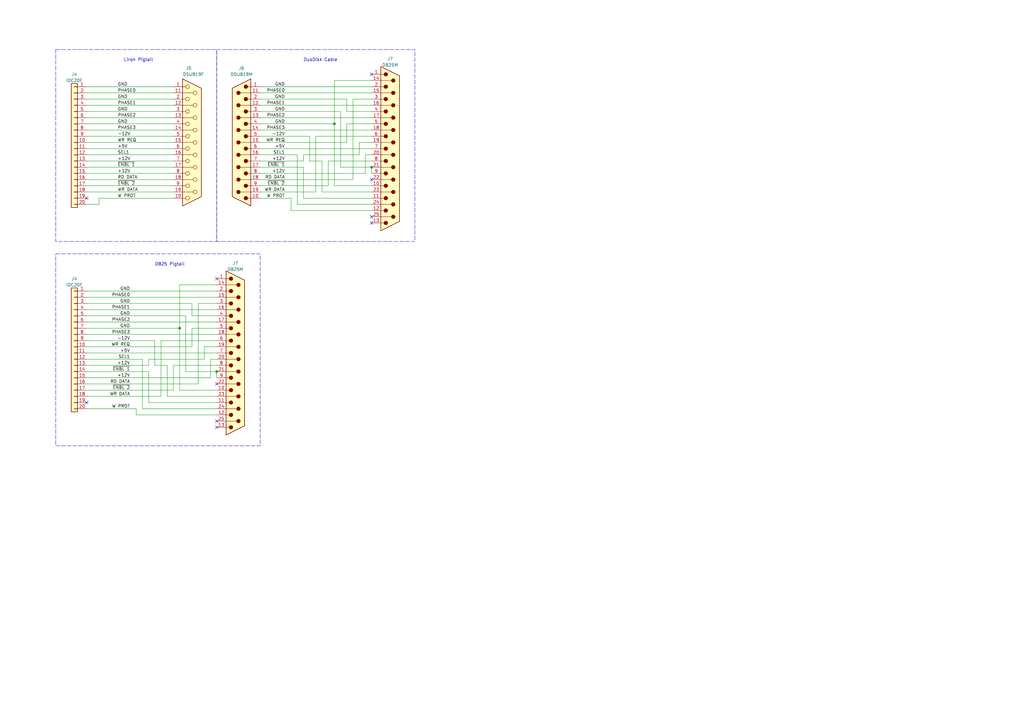
<source format=kicad_sch>
(kicad_sch (version 20230121) (generator eeschema)
  (paper "A3")
  (lib_symbols
    (symbol "Connector:DB25_Plug" (pin_names (offset 1.016) hide)
      (property "Reference" "J" (at 0 34.29 0))
      (property "Value" "DB25_Plug" (at 0 -34.925 0))
      (symbol "DB25_Plug_0_1"
        (circle (center -1.778 -30.48) (radius 0.762) (fill (type outline)))
        (circle (center -1.778 -25.4) (radius 0.762) (fill (type outline)))
        (circle (center -1.778 -20.32) (radius 0.762) (fill (type outline)))
        (circle (center -1.778 -15.24) (radius 0.762) (fill (type outline)))
        (circle (center -1.778 -10.16) (radius 0.762) (fill (type outline)))
        (circle (center -1.778 -5.08) (radius 0.762) (fill (type outline)))
        (circle (center -1.778 0) (radius 0.762) (fill (type outline)))
        (circle (center -1.778 5.08) (radius 0.762) (fill (type outline)))
        (circle (center -1.778 10.16) (radius 0.762) (fill (type outline)))
        (circle (center -1.778 15.24) (radius 0.762) (fill (type outline)))
        (circle (center -1.778 20.32) (radius 0.762) (fill (type outline)))
        (circle (center -1.778 25.4) (radius 0.762) (fill (type outline)))
        (circle (center -1.778 30.48) (radius 0.762) (fill (type outline)))
        (polyline (pts (xy -3.81 -30.48) (xy -2.54 -30.48)))
        (polyline (pts (xy -3.81 -27.94) (xy 0.508 -27.94)))
        (polyline (pts (xy -3.81 -25.4) (xy -2.54 -25.4)))
        (polyline (pts (xy -3.81 -22.86) (xy 0.508 -22.86)))
        (polyline (pts (xy -3.81 -20.32) (xy -2.54 -20.32)))
        (polyline (pts (xy -3.81 -17.78) (xy 0.508 -17.78)))
        (polyline (pts (xy -3.81 -15.24) (xy -2.54 -15.24)))
        (polyline (pts (xy -3.81 -12.7) (xy 0.508 -12.7)))
        (polyline (pts (xy -3.81 -10.16) (xy -2.54 -10.16)))
        (polyline (pts (xy -3.81 -7.62) (xy 0.508 -7.62)))
        (polyline (pts (xy -3.81 -5.08) (xy -2.54 -5.08)))
        (polyline (pts (xy -3.81 -2.54) (xy 0.508 -2.54)))
        (polyline (pts (xy -3.81 0) (xy -2.54 0)))
        (polyline (pts (xy -3.81 2.54) (xy 0.508 2.54)))
        (polyline (pts (xy -3.81 5.08) (xy -2.54 5.08)))
        (polyline (pts (xy -3.81 7.62) (xy 0.508 7.62)))
        (polyline (pts (xy -3.81 10.16) (xy -2.54 10.16)))
        (polyline (pts (xy -3.81 12.7) (xy 0.508 12.7)))
        (polyline (pts (xy -3.81 15.24) (xy -2.54 15.24)))
        (polyline (pts (xy -3.81 17.78) (xy 0.508 17.78)))
        (polyline (pts (xy -3.81 20.32) (xy -2.54 20.32)))
        (polyline (pts (xy -3.81 22.86) (xy 0.508 22.86)))
        (polyline (pts (xy -3.81 25.4) (xy -2.54 25.4)))
        (polyline (pts (xy -3.81 27.94) (xy 0.508 27.94)))
        (polyline (pts (xy -3.81 30.48) (xy -2.54 30.48)))
        (polyline (pts (xy -3.81 -33.655) (xy 3.81 -29.845) (xy 3.81 29.845) (xy -3.81 33.655) (xy -3.81 -33.655)) (stroke (width 0.254)) (fill (type background)))
        (circle (center 1.27 -27.94) (radius 0.762) (fill (type outline)))
        (circle (center 1.27 -22.86) (radius 0.762) (fill (type outline)))
        (circle (center 1.27 -17.78) (radius 0.762) (fill (type outline)))
        (circle (center 1.27 -12.7) (radius 0.762) (fill (type outline)))
        (circle (center 1.27 -7.62) (radius 0.762) (fill (type outline)))
        (circle (center 1.27 -2.54) (radius 0.762) (fill (type outline)))
        (circle (center 1.27 2.54) (radius 0.762) (fill (type outline)))
        (circle (center 1.27 7.62) (radius 0.762) (fill (type outline)))
        (circle (center 1.27 12.7) (radius 0.762) (fill (type outline)))
        (circle (center 1.27 17.78) (radius 0.762) (fill (type outline)))
        (circle (center 1.27 22.86) (radius 0.762) (fill (type outline)))
        (circle (center 1.27 27.94) (radius 0.762) (fill (type outline)))
      )
      (symbol "DB25_Plug_1_1"
        (pin passive line (at -7.62 -30.48 0) (length 3.81) (name "1") (number "1"))
        (pin passive line (at -7.62 15.24 0) (length 3.81) (name "10") (number "10"))
        (pin passive line (at -7.62 20.32 0) (length 3.81) (name "11") (number "11"))
        (pin passive line (at -7.62 25.4 0) (length 3.81) (name "12") (number "12"))
        (pin passive line (at -7.62 30.48 0) (length 3.81) (name "13") (number "13"))
        (pin passive line (at -7.62 -27.94 0) (length 3.81) (name "P14") (number "14"))
        (pin passive line (at -7.62 -22.86 0) (length 3.81) (name "P15") (number "15"))
        (pin passive line (at -7.62 -17.78 0) (length 3.81) (name "P16") (number "16"))
        (pin passive line (at -7.62 -12.7 0) (length 3.81) (name "P17") (number "17"))
        (pin passive line (at -7.62 -7.62 0) (length 3.81) (name "P18") (number "18"))
        (pin passive line (at -7.62 -2.54 0) (length 3.81) (name "P19") (number "19"))
        (pin passive line (at -7.62 -25.4 0) (length 3.81) (name "2") (number "2"))
        (pin passive line (at -7.62 2.54 0) (length 3.81) (name "P20") (number "20"))
        (pin passive line (at -7.62 7.62 0) (length 3.81) (name "P21") (number "21"))
        (pin passive line (at -7.62 12.7 0) (length 3.81) (name "P22") (number "22"))
        (pin passive line (at -7.62 17.78 0) (length 3.81) (name "P23") (number "23"))
        (pin passive line (at -7.62 22.86 0) (length 3.81) (name "P24") (number "24"))
        (pin passive line (at -7.62 27.94 0) (length 3.81) (name "P25") (number "25"))
        (pin passive line (at -7.62 -20.32 0) (length 3.81) (name "3") (number "3"))
        (pin passive line (at -7.62 -15.24 0) (length 3.81) (name "4") (number "4"))
        (pin passive line (at -7.62 -10.16 0) (length 3.81) (name "5") (number "5"))
        (pin passive line (at -7.62 -5.08 0) (length 3.81) (name "6") (number "6"))
        (pin passive line (at -7.62 0 0) (length 3.81) (name "7") (number "7"))
        (pin passive line (at -7.62 5.08 0) (length 3.81) (name "8") (number "8"))
        (pin passive line (at -7.62 10.16 0) (length 3.81) (name "9") (number "9"))
      )
    )
    (symbol "Connector_Generic:Conn_01x20" (pin_names (offset 1.016) hide)
      (property "Reference" "J" (at 0 25.4 0))
      (property "Value" "Conn_01x20" (at 0 -27.94 0))
      (symbol "Conn_01x20_1_1"
        (rectangle (start -1.27 -25.273) (end 0 -25.527) (stroke (width 0.1524)))
        (rectangle (start -1.27 -22.733) (end 0 -22.987) (stroke (width 0.1524)))
        (rectangle (start -1.27 -20.193) (end 0 -20.447) (stroke (width 0.1524)))
        (rectangle (start -1.27 -17.653) (end 0 -17.907) (stroke (width 0.1524)))
        (rectangle (start -1.27 -15.113) (end 0 -15.367) (stroke (width 0.1524)))
        (rectangle (start -1.27 -12.573) (end 0 -12.827) (stroke (width 0.1524)))
        (rectangle (start -1.27 -10.033) (end 0 -10.287) (stroke (width 0.1524)))
        (rectangle (start -1.27 -7.493) (end 0 -7.747) (stroke (width 0.1524)))
        (rectangle (start -1.27 -4.953) (end 0 -5.207) (stroke (width 0.1524)))
        (rectangle (start -1.27 -2.413) (end 0 -2.667) (stroke (width 0.1524)))
        (rectangle (start -1.27 0.127) (end 0 -0.127) (stroke (width 0.1524)))
        (rectangle (start -1.27 2.667) (end 0 2.413) (stroke (width 0.1524)))
        (rectangle (start -1.27 5.207) (end 0 4.953) (stroke (width 0.1524)))
        (rectangle (start -1.27 7.747) (end 0 7.493) (stroke (width 0.1524)))
        (rectangle (start -1.27 10.287) (end 0 10.033) (stroke (width 0.1524)))
        (rectangle (start -1.27 12.827) (end 0 12.573) (stroke (width 0.1524)))
        (rectangle (start -1.27 15.367) (end 0 15.113) (stroke (width 0.1524)))
        (rectangle (start -1.27 17.907) (end 0 17.653) (stroke (width 0.1524)))
        (rectangle (start -1.27 20.447) (end 0 20.193) (stroke (width 0.1524)))
        (rectangle (start -1.27 22.987) (end 0 22.733) (stroke (width 0.1524)))
        (rectangle (start -1.27 24.13) (end 1.27 -26.67) (stroke (width 0.254)) (fill (type background)))
        (pin passive line (at -5.08 22.86 0) (length 3.81) (name "Pin_1") (number "1"))
        (pin passive line (at -5.08 0 0) (length 3.81) (name "Pin_10") (number "10"))
        (pin passive line (at -5.08 -2.54 0) (length 3.81) (name "Pin_11") (number "11"))
        (pin passive line (at -5.08 -5.08 0) (length 3.81) (name "Pin_12") (number "12"))
        (pin passive line (at -5.08 -7.62 0) (length 3.81) (name "Pin_13") (number "13"))
        (pin passive line (at -5.08 -10.16 0) (length 3.81) (name "Pin_14") (number "14"))
        (pin passive line (at -5.08 -12.7 0) (length 3.81) (name "Pin_15") (number "15"))
        (pin passive line (at -5.08 -15.24 0) (length 3.81) (name "Pin_16") (number "16"))
        (pin passive line (at -5.08 -17.78 0) (length 3.81) (name "Pin_17") (number "17"))
        (pin passive line (at -5.08 -20.32 0) (length 3.81) (name "Pin_18") (number "18"))
        (pin passive line (at -5.08 -22.86 0) (length 3.81) (name "Pin_19") (number "19"))
        (pin passive line (at -5.08 20.32 0) (length 3.81) (name "Pin_2") (number "2"))
        (pin passive line (at -5.08 -25.4 0) (length 3.81) (name "Pin_20") (number "20"))
        (pin passive line (at -5.08 17.78 0) (length 3.81) (name "Pin_3") (number "3"))
        (pin passive line (at -5.08 15.24 0) (length 3.81) (name "Pin_4") (number "4"))
        (pin passive line (at -5.08 12.7 0) (length 3.81) (name "Pin_5") (number "5"))
        (pin passive line (at -5.08 10.16 0) (length 3.81) (name "Pin_6") (number "6"))
        (pin passive line (at -5.08 7.62 0) (length 3.81) (name "Pin_7") (number "7"))
        (pin passive line (at -5.08 5.08 0) (length 3.81) (name "Pin_8") (number "8"))
        (pin passive line (at -5.08 2.54 0) (length 3.81) (name "Pin_9") (number "9"))
      )
    )
    (symbol "MyConnector:DSUB19_Female" (pin_names (offset 1.016) hide)
      (property "Reference" "J" (at 0 26.67 0))
      (property "Value" "DSUB19_Female" (at 0 -27.94 0))
      (symbol "DSUB19_Female_0_1"
        (circle (center -1.778 -22.86) (radius 0.762))
        (circle (center -1.778 -17.78) (radius 0.762))
        (circle (center -1.778 -12.7) (radius 0.762))
        (circle (center -1.778 -7.62) (radius 0.762))
        (circle (center -1.778 -2.54) (radius 0.762))
        (circle (center -1.778 2.54) (radius 0.762))
        (circle (center -1.778 7.62) (radius 0.762))
        (circle (center -1.778 12.7) (radius 0.762))
        (circle (center -1.778 17.78) (radius 0.762))
        (circle (center -1.778 22.86) (radius 0.762))
        (polyline (pts (xy -3.81 -22.86) (xy -2.54 -22.86)))
        (polyline (pts (xy -3.81 -20.32) (xy 0.508 -20.32)))
        (polyline (pts (xy -3.81 -17.78) (xy -2.54 -17.78)))
        (polyline (pts (xy -3.81 -15.24) (xy 0.508 -15.24)))
        (polyline (pts (xy -3.81 -12.7) (xy -2.54 -12.7)))
        (polyline (pts (xy -3.81 -10.16) (xy 0.508 -10.16)))
        (polyline (pts (xy -3.81 -7.62) (xy -2.54 -7.62)))
        (polyline (pts (xy -3.81 -5.08) (xy 0.508 -5.08)))
        (polyline (pts (xy -3.81 -2.54) (xy -2.54 -2.54)))
        (polyline (pts (xy -3.81 0) (xy 0.508 0)))
        (polyline (pts (xy -3.81 2.54) (xy -2.54 2.54)))
        (polyline (pts (xy -3.81 5.08) (xy 0.508 5.08)))
        (polyline (pts (xy -3.81 7.62) (xy -2.54 7.62)))
        (polyline (pts (xy -3.81 10.16) (xy 0.508 10.16)))
        (polyline (pts (xy -3.81 12.7) (xy -2.54 12.7)))
        (polyline (pts (xy -3.81 15.24) (xy 0.508 15.24)))
        (polyline (pts (xy -3.81 17.78) (xy -2.54 17.78)))
        (polyline (pts (xy -3.81 20.32) (xy 0.508 20.32)))
        (polyline (pts (xy -3.81 22.86) (xy -2.54 22.86)))
        (polyline (pts (xy -3.81 26.035) (xy -3.81 -26.035) (xy 3.81 -22.225) (xy 3.81 22.225) (xy -3.81 26.035)) (stroke (width 0.254)) (fill (type background)))
        (circle (center 1.27 -20.32) (radius 0.762))
        (circle (center 1.27 -15.24) (radius 0.762))
        (circle (center 1.27 -10.16) (radius 0.762))
        (circle (center 1.27 -5.08) (radius 0.762))
        (circle (center 1.27 0) (radius 0.762))
        (circle (center 1.27 5.08) (radius 0.762))
        (circle (center 1.27 10.16) (radius 0.762))
        (circle (center 1.27 15.24) (radius 0.762))
        (circle (center 1.27 20.32) (radius 0.762))
      )
      (symbol "DSUB19_Female_1_1"
        (pin passive line (at -7.62 22.86 0) (length 3.81) (name "1") (number "1"))
        (pin passive line (at -7.62 -22.86 0) (length 3.81) (name "10") (number "10"))
        (pin passive line (at -7.62 20.32 0) (length 3.81) (name "11") (number "11"))
        (pin passive line (at -7.62 15.24 0) (length 3.81) (name "12") (number "12"))
        (pin passive line (at -7.62 10.16 0) (length 3.81) (name "13") (number "13"))
        (pin passive line (at -7.62 5.08 0) (length 3.81) (name "14") (number "14"))
        (pin passive line (at -7.62 0 0) (length 3.81) (name "15") (number "15"))
        (pin passive line (at -7.62 -5.08 0) (length 3.81) (name "16") (number "16"))
        (pin passive line (at -7.62 -10.16 0) (length 3.81) (name "17") (number "17"))
        (pin passive line (at -7.62 -15.24 0) (length 3.81) (name "18") (number "18"))
        (pin passive line (at -7.62 -20.32 0) (length 3.81) (name "19") (number "19"))
        (pin passive line (at -7.62 17.78 0) (length 3.81) (name "2") (number "2"))
        (pin passive line (at -7.62 12.7 0) (length 3.81) (name "3") (number "3"))
        (pin passive line (at -7.62 7.62 0) (length 3.81) (name "4") (number "4"))
        (pin passive line (at -7.62 2.54 0) (length 3.81) (name "5") (number "5"))
        (pin passive line (at -7.62 -2.54 0) (length 3.81) (name "6") (number "6"))
        (pin passive line (at -7.62 -7.62 0) (length 3.81) (name "7") (number "7"))
        (pin passive line (at -7.62 -12.7 0) (length 3.81) (name "8") (number "8"))
        (pin passive line (at -7.62 -17.78 0) (length 3.81) (name "9") (number "9"))
      )
    )
    (symbol "MyConnector:DSUB19_Male" (pin_names (offset 1.016) hide)
      (property "Reference" "J" (at 0 29.21 0))
      (property "Value" "DSUB19_Male" (at 0 27.305 0))
      (symbol "DSUB19_Male_0_1"
        (circle (center -1.778 -22.86) (radius 0.762) (fill (type outline)))
        (circle (center -1.778 -17.78) (radius 0.762) (fill (type outline)))
        (circle (center -1.778 -12.7) (radius 0.762) (fill (type outline)))
        (circle (center -1.778 -7.62) (radius 0.762) (fill (type outline)))
        (circle (center -1.778 -2.54) (radius 0.762) (fill (type outline)))
        (circle (center -1.778 2.54) (radius 0.762) (fill (type outline)))
        (circle (center -1.778 7.62) (radius 0.762) (fill (type outline)))
        (circle (center -1.778 12.7) (radius 0.762) (fill (type outline)))
        (circle (center -1.778 17.78) (radius 0.762) (fill (type outline)))
        (circle (center -1.778 22.86) (radius 0.762) (fill (type outline)))
        (polyline (pts (xy -3.81 -22.86) (xy -2.54 -22.86)))
        (polyline (pts (xy -3.81 -20.32) (xy 0.508 -20.32)))
        (polyline (pts (xy -3.81 -17.78) (xy -2.54 -17.78)))
        (polyline (pts (xy -3.81 -15.24) (xy 0.508 -15.24)))
        (polyline (pts (xy -3.81 -12.7) (xy -2.54 -12.7)))
        (polyline (pts (xy -3.81 -10.16) (xy 0.508 -10.16)))
        (polyline (pts (xy -3.81 -7.62) (xy -2.54 -7.62)))
        (polyline (pts (xy -3.81 -5.08) (xy 0.508 -5.08)))
        (polyline (pts (xy -3.81 -2.54) (xy -2.54 -2.54)))
        (polyline (pts (xy -3.81 0) (xy 0.508 0)))
        (polyline (pts (xy -3.81 2.54) (xy -2.54 2.54)))
        (polyline (pts (xy -3.81 5.08) (xy 0.508 5.08)))
        (polyline (pts (xy -3.81 7.62) (xy -2.54 7.62)))
        (polyline (pts (xy -3.81 10.16) (xy 0.508 10.16)))
        (polyline (pts (xy -3.81 12.7) (xy -2.54 12.7)))
        (polyline (pts (xy -3.81 15.24) (xy 0.508 15.24)))
        (polyline (pts (xy -3.81 17.78) (xy -2.54 17.78)))
        (polyline (pts (xy -3.81 20.32) (xy 0.508 20.32)))
        (polyline (pts (xy -3.81 22.86) (xy -2.54 22.86)))
        (polyline (pts (xy -3.81 -26.035) (xy 3.81 -22.225) (xy 3.81 22.225) (xy -3.81 26.035) (xy -3.81 -26.035)) (stroke (width 0.254)) (fill (type background)))
        (circle (center 1.27 -20.32) (radius 0.762) (fill (type outline)))
        (circle (center 1.27 -15.24) (radius 0.762) (fill (type outline)))
        (circle (center 1.27 -10.16) (radius 0.762) (fill (type outline)))
        (circle (center 1.27 -5.08) (radius 0.762) (fill (type outline)))
        (circle (center 1.27 0) (radius 0.762) (fill (type outline)))
        (circle (center 1.27 5.08) (radius 0.762) (fill (type outline)))
        (circle (center 1.27 10.16) (radius 0.762) (fill (type outline)))
        (circle (center 1.27 15.24) (radius 0.762) (fill (type outline)))
        (circle (center 1.27 20.32) (radius 0.762) (fill (type outline)))
      )
      (symbol "DSUB19_Male_1_1"
        (pin passive line (at -7.62 -22.86 0) (length 3.81) (name "1") (number "1"))
        (pin passive line (at -7.62 22.86 0) (length 3.81) (name "10") (number "10"))
        (pin passive line (at -7.62 -20.32 0) (length 3.81) (name "11") (number "11"))
        (pin passive line (at -7.62 -15.24 0) (length 3.81) (name "12") (number "12"))
        (pin passive line (at -7.62 -10.16 0) (length 3.81) (name "13") (number "13"))
        (pin passive line (at -7.62 -5.08 0) (length 3.81) (name "P14") (number "14"))
        (pin passive line (at -7.62 0 0) (length 3.81) (name "P15") (number "15"))
        (pin passive line (at -7.62 5.08 0) (length 3.81) (name "P16") (number "16"))
        (pin passive line (at -7.62 10.16 0) (length 3.81) (name "P17") (number "17"))
        (pin passive line (at -7.62 15.24 0) (length 3.81) (name "P18") (number "18"))
        (pin passive line (at -7.62 20.32 0) (length 3.81) (name "P19") (number "19"))
        (pin passive line (at -7.62 -17.78 0) (length 3.81) (name "2") (number "2"))
        (pin passive line (at -7.62 -12.7 0) (length 3.81) (name "3") (number "3"))
        (pin passive line (at -7.62 -7.62 0) (length 3.81) (name "4") (number "4"))
        (pin passive line (at -7.62 -2.54 0) (length 3.81) (name "5") (number "5"))
        (pin passive line (at -7.62 2.54 0) (length 3.81) (name "6") (number "6"))
        (pin passive line (at -7.62 7.62 0) (length 3.81) (name "7") (number "7"))
        (pin passive line (at -7.62 12.7 0) (length 3.81) (name "8") (number "8"))
        (pin passive line (at -7.62 17.78 0) (length 3.81) (name "9") (number "9"))
      )
    )
  )
  (junction (at 88.9 152.4))
  (junction (at 152.4 68.58))
  (junction (at 137.16 50.8))
  (junction (at 73.66 134.62))
  (no_connect (at 152.4 88.9))
  (no_connect (at 35.56 165.1))
  (no_connect (at 152.4 91.44))
  (no_connect (at 88.9 114.3))
  (no_connect (at 88.9 172.72))
  (no_connect (at 88.9 175.26))
  (no_connect (at 88.9 157.48))
  (no_connect (at 35.56 81.28))
  (no_connect (at 152.4 30.48))
  (no_connect (at 152.4 73.66))
  (wire (pts (xy 137.16 33.02) (xy 152.4 33.02)))
  (wire (pts (xy 35.56 45.72) (xy 71.12 45.72)))
  (wire (pts (xy 106.68 60.96) (xy 152.4 60.96)))
  (wire (pts (xy 83.82 142.24) (xy 88.9 142.24)))
  (wire (pts (xy 35.56 160.02) (xy 71.12 160.02)))
  (wire (pts (xy 132.08 78.74) (xy 152.4 78.74)))
  (wire (pts (xy 35.56 35.56) (xy 71.12 35.56)))
  (wire (pts (xy 76.2 152.4) (xy 76.2 129.54)))
  (wire (pts (xy 35.56 127) (xy 88.9 127)))
  (wire (pts (xy 35.56 129.54) (xy 76.2 129.54)))
  (wire (pts (xy 88.9 149.86) (xy 71.12 149.86)))
  (wire (pts (xy 106.68 38.1) (xy 152.4 38.1)))
  (wire (pts (xy 88.9 152.4) (xy 76.2 152.4)))
  (wire (pts (xy 142.24 50.8) (xy 142.24 58.42)))
  (wire (pts (xy 66.04 139.7) (xy 66.04 162.56)))
  (wire (pts (xy 119.38 81.28) (xy 106.68 81.28)))
  (wire (pts (xy 35.56 63.5) (xy 71.12 63.5)))
  (wire (pts (xy 106.68 73.66) (xy 144.78 73.66)))
  (wire (pts (xy 60.96 149.86) (xy 60.96 147.32)))
  (wire (pts (xy 137.16 50.8) (xy 137.16 33.02)))
  (wire (pts (xy 35.56 60.96) (xy 71.12 60.96)))
  (wire (pts (xy 35.56 66.04) (xy 71.12 66.04)))
  (wire (pts (xy 40.64 83.82) (xy 40.64 81.28)))
  (wire (pts (xy 35.56 38.1) (xy 71.12 38.1)))
  (wire (pts (xy 35.56 167.64) (xy 55.88 167.64)))
  (wire (pts (xy 152.4 50.8) (xy 142.24 50.8)))
  (wire (pts (xy 127 55.88) (xy 127 66.04)))
  (wire (pts (xy 73.66 134.62) (xy 73.66 116.84)))
  (wire (pts (xy 152.4 66.04) (xy 134.62 66.04)))
  (wire (pts (xy 35.56 78.74) (xy 71.12 78.74)))
  (wire (pts (xy 106.68 76.2) (xy 134.62 76.2)))
  (wire (pts (xy 121.92 83.82) (xy 152.4 83.82)))
  (wire (pts (xy 35.56 137.16) (xy 88.9 137.16)))
  (wire (pts (xy 35.56 73.66) (xy 71.12 73.66)))
  (wire (pts (xy 152.4 55.88) (xy 129.54 55.88)))
  (wire (pts (xy 106.68 78.74) (xy 129.54 78.74)))
  (wire (pts (xy 35.56 55.88) (xy 71.12 55.88)))
  (wire (pts (xy 106.68 66.04) (xy 124.46 66.04)))
  (wire (pts (xy 35.56 71.12) (xy 71.12 71.12)))
  (wire (pts (xy 78.74 129.54) (xy 78.74 124.46)))
  (wire (pts (xy 152.4 45.72) (xy 142.24 45.72)))
  (wire (pts (xy 35.56 83.82) (xy 40.64 83.82)))
  (wire (pts (xy 60.96 147.32) (xy 83.82 147.32)))
  (wire (pts (xy 88.9 170.18) (xy 55.88 170.18)))
  (wire (pts (xy 71.12 149.86) (xy 71.12 160.02)))
  (wire (pts (xy 88.9 134.62) (xy 78.74 134.62)))
  (wire (pts (xy 55.88 170.18) (xy 55.88 167.64)))
  (wire (pts (xy 106.68 71.12) (xy 149.86 71.12)))
  (wire (pts (xy 152.4 68.58) (xy 152.4 71.12)))
  (wire (pts (xy 106.68 45.72) (xy 139.7 45.72)))
  (wire (pts (xy 35.56 149.86) (xy 60.96 149.86)))
  (wire (pts (xy 35.56 50.8) (xy 71.12 50.8)))
  (wire (pts (xy 137.16 50.8) (xy 137.16 76.2)))
  (wire (pts (xy 35.56 68.58) (xy 71.12 68.58)))
  (wire (pts (xy 35.56 76.2) (xy 71.12 76.2)))
  (wire (pts (xy 106.68 48.26) (xy 152.4 48.26)))
  (wire (pts (xy 35.56 119.38) (xy 88.9 119.38)))
  (wire (pts (xy 147.32 63.5) (xy 147.32 58.42)))
  (wire (pts (xy 68.58 149.86) (xy 68.58 162.56)))
  (wire (pts (xy 129.54 55.88) (xy 129.54 78.74)))
  (wire (pts (xy 144.78 40.64) (xy 144.78 73.66)))
  (wire (pts (xy 78.74 134.62) (xy 78.74 142.24)))
  (wire (pts (xy 35.56 134.62) (xy 73.66 134.62)))
  (wire (pts (xy 86.36 147.32) (xy 88.9 147.32)))
  (wire (pts (xy 147.32 58.42) (xy 152.4 58.42)))
  (wire (pts (xy 137.16 76.2) (xy 152.4 76.2)))
  (wire (pts (xy 88.9 139.7) (xy 66.04 139.7)))
  (wire (pts (xy 35.56 132.08) (xy 88.9 132.08)))
  (wire (pts (xy 63.5 139.7) (xy 63.5 149.86)))
  (wire (pts (xy 35.56 154.94) (xy 86.36 154.94)))
  (wire (pts (xy 35.56 121.92) (xy 88.9 121.92)))
  (wire (pts (xy 68.58 149.86) (xy 63.5 149.86)))
  (wire (pts (xy 88.9 124.46) (xy 81.28 124.46)))
  (wire (pts (xy 106.68 50.8) (xy 137.16 50.8)))
  (wire (pts (xy 81.28 124.46) (xy 81.28 157.48)))
  (wire (pts (xy 106.68 63.5) (xy 121.92 63.5)))
  (wire (pts (xy 106.68 40.64) (xy 142.24 40.64)))
  (wire (pts (xy 88.9 129.54) (xy 78.74 129.54)))
  (wire (pts (xy 60.96 152.4) (xy 60.96 165.1)))
  (wire (pts (xy 60.96 165.1) (xy 88.9 165.1)))
  (wire (pts (xy 35.56 162.56) (xy 66.04 162.56)))
  (wire (pts (xy 142.24 45.72) (xy 142.24 40.64)))
  (wire (pts (xy 119.38 86.36) (xy 119.38 81.28)))
  (wire (pts (xy 35.56 152.4) (xy 60.96 152.4)))
  (wire (pts (xy 35.56 48.26) (xy 71.12 48.26)))
  (wire (pts (xy 35.56 139.7) (xy 63.5 139.7)))
  (wire (pts (xy 58.42 147.32) (xy 58.42 167.64)))
  (wire (pts (xy 35.56 58.42) (xy 71.12 58.42)))
  (wire (pts (xy 35.56 142.24) (xy 78.74 142.24)))
  (wire (pts (xy 106.68 43.18) (xy 152.4 43.18)))
  (wire (pts (xy 132.08 66.04) (xy 132.08 78.74)))
  (wire (pts (xy 121.92 63.5) (xy 121.92 83.82)))
  (wire (pts (xy 35.56 43.18) (xy 71.12 43.18)))
  (wire (pts (xy 86.36 154.94) (xy 86.36 147.32)))
  (wire (pts (xy 106.68 35.56) (xy 152.4 35.56)))
  (wire (pts (xy 35.56 147.32) (xy 58.42 147.32)))
  (wire (pts (xy 83.82 147.32) (xy 83.82 142.24)))
  (wire (pts (xy 73.66 160.02) (xy 88.9 160.02)))
  (wire (pts (xy 35.56 144.78) (xy 88.9 144.78)))
  (wire (pts (xy 124.46 63.5) (xy 147.32 63.5)))
  (wire (pts (xy 35.56 124.46) (xy 78.74 124.46)))
  (wire (pts (xy 149.86 71.12) (xy 149.86 63.5)))
  (wire (pts (xy 124.46 81.28) (xy 152.4 81.28)))
  (wire (pts (xy 124.46 66.04) (xy 124.46 63.5)))
  (wire (pts (xy 124.46 68.58) (xy 124.46 81.28)))
  (wire (pts (xy 73.66 116.84) (xy 88.9 116.84)))
  (wire (pts (xy 73.66 134.62) (xy 73.66 160.02)))
  (wire (pts (xy 35.56 157.48) (xy 81.28 157.48)))
  (wire (pts (xy 152.4 86.36) (xy 119.38 86.36)))
  (wire (pts (xy 139.7 68.58) (xy 139.7 45.72)))
  (wire (pts (xy 40.64 81.28) (xy 71.12 81.28)))
  (wire (pts (xy 152.4 68.58) (xy 139.7 68.58)))
  (wire (pts (xy 152.4 40.64) (xy 144.78 40.64)))
  (wire (pts (xy 149.86 63.5) (xy 152.4 63.5)))
  (wire (pts (xy 106.68 68.58) (xy 124.46 68.58)))
  (wire (pts (xy 35.56 53.34) (xy 71.12 53.34)))
  (wire (pts (xy 134.62 66.04) (xy 134.62 76.2)))
  (wire (pts (xy 35.56 40.64) (xy 71.12 40.64)))
  (wire (pts (xy 132.08 66.04) (xy 127 66.04)))
  (wire (pts (xy 58.42 167.64) (xy 88.9 167.64)))
  (wire (pts (xy 88.9 152.4) (xy 88.9 154.94)))
  (wire (pts (xy 106.68 53.34) (xy 152.4 53.34)))
  (wire (pts (xy 106.68 55.88) (xy 127 55.88)))
  (wire (pts (xy 68.58 162.56) (xy 88.9 162.56)))
  (wire (pts (xy 106.68 58.42) (xy 142.24 58.42)))
  (rectangle (start 22.86 20.32) (end 88.9 99.06) (stroke (width 0) (type dash)))
  (rectangle (start 22.86 104.14) (end 106.68 182.88) (stroke (width 0) (type dash)))
  (rectangle (start 88.9 20.32) (end 170.18 99.06) (stroke (width 0) (type dash)))
  (text "DuoDisk Cable" (at 124.46 25.4 0) (effects (font (size 1.27 1.27)) (justify left bottom)))
  (text "Liron Pigtail" (at 50.8 25.4 0) (effects (font (size 1.27 1.27)) (justify left bottom)))
  (text "DB25 Pigtail" (at 63.5 109.22 0) (effects (font (size 1.27 1.27)) (justify left bottom)))
  (label "WR REQ" (at 48.26 58.42 0))
  (label "WR DATA" (at 116.84 78.74 180))
  (label "PHASE0" (at 48.26 38.1 0))
  (label "PHASE2" (at 53.34 132.08 180))
  (label "GND" (at 53.34 134.62 180))
  (label "W PROT" (at 53.34 167.64 180))
  (label "GND" (at 116.84 50.8 180))
  (label "W PROT" (at 116.84 81.28 180))
  (label "+12V" (at 116.84 71.12 180))
  (label "~{ENBL 1}" (at 53.34 152.4 180))
  (label "GND" (at 53.34 129.54 180))
  (label "GND" (at 53.34 124.46 180))
  (label "~{ENBL 2}" (at 48.26 76.2 0))
  (label "-12V" (at 48.26 55.88 0))
  (label "~{ENBL 2}" (at 53.34 160.02 180))
  (label "+5V" (at 116.84 60.96 180))
  (label "PHASE1" (at 48.26 43.18 0))
  (label "RD DATA" (at 116.84 73.66 180))
  (label "PHASE1" (at 53.34 127 180))
  (label "+12V" (at 48.26 71.12 0))
  (label "+5V" (at 53.34 144.78 180))
  (label "GND" (at 116.84 45.72 180))
  (label "SEL1" (at 116.84 63.5 180))
  (label "+12V" (at 53.34 149.86 180))
  (label "RD DATA" (at 48.26 73.66 0))
  (label "GND" (at 53.34 119.38 180))
  (label "~{ENBL 1}" (at 116.84 68.58 180))
  (label "~{ENBL 2}" (at 116.84 76.2 180))
  (label "PHASE0" (at 116.84 38.1 180))
  (label "W PROT" (at 48.26 81.28 0))
  (label "-12V" (at 116.84 55.88 180))
  (label "GND" (at 48.26 45.72 0))
  (label "GND" (at 48.26 35.56 0))
  (label "SEL1" (at 48.26 63.5 0))
  (label "WR REQ" (at 116.84 58.42 180))
  (label "-12V" (at 53.34 139.7 180))
  (label "GND" (at 48.26 50.8 0))
  (label "PHASE3" (at 53.34 137.16 180))
  (label "+12V" (at 48.26 66.04 0))
  (label "SEL1" (at 53.34 147.32 180))
  (label "PHASE3" (at 116.84 53.34 180))
  (label "+12V" (at 116.84 66.04 180))
  (label "+12V" (at 53.34 154.94 180))
  (label "RD DATA" (at 53.34 157.48 180))
  (label "PHASE2" (at 48.26 48.26 0))
  (label "PHASE3" (at 48.26 53.34 0))
  (label "PHASE1" (at 116.84 43.18 180))
  (label "GND" (at 116.84 35.56 180))
  (label "WR DATA" (at 48.26 78.74 0))
  (label "+5V" (at 48.26 60.96 0))
  (label "WR REQ" (at 53.34 142.24 180))
  (label "PHASE0" (at 53.34 121.92 180))
  (label "PHASE2" (at 116.84 48.26 180))
  (label "GND" (at 116.84 40.64 180))
  (label "GND" (at 48.26 40.64 0))
  (label "~{ENBL 1}" (at 48.26 68.58 0))
  (label "WR DATA" (at 53.34 162.56 180))
  (symbol (lib_id "Connector_Generic:Conn_01x20") (at 30.48 58.42 0) (mirror y) (unit 1) (on_board no)
    (property "Reference" "J4" (at 30.48 30.48 0))
    (property "Value" "IDC20F" (at 30.48 33.02 0))
  )
  (symbol (lib_id "Connector:DB25_Plug") (at 160.02 60.96 0) (mirror x) (unit 1) (on_board no)
    (property "Reference" "J7" (at 160.02 24.13 0))
    (property "Value" "DB25M" (at 160.02 26.67 0))
    (property "Datasheet" " ~" (effects hide))
  )
  (symbol (lib_id "MyConnector:DSUB19_Male") (at 99.06 58.42 180) (unit 1) (on_board no)
    (property "Reference" "J6" (at 99.06 27.94 0))
    (property "Value" "DSUB19M" (at 99.06 30.48 0))
    (property "Datasheet" " ~" (effects hide))
  )
  (symbol (lib_id "MyConnector:DSUB19_Female") (at 78.74 58.42 0) (unit 1) (on_board no)
    (property "Reference" "J5" (at 76.2 27.94 0) (effects (justify left)))
    (property "Value" "DSUB19F" (at 74.93 30.48 0) (effects (justify left)))
    (property "Datasheet" " ~" (effects hide))
  )
  (symbol (lib_id "Connector:DB25_Plug") (at 96.52 144.78 0) (mirror x) (unit 1) (on_board no)
    (property "Reference" "J7" (at 96.52 107.95 0))
    (property "Value" "DB25M" (at 96.52 110.49 0))
    (property "Datasheet" " ~" (effects hide))
    (instances (project "SmartDiskII" (path "" (reference "J7") (unit 1)) (path "" (reference "J9") (unit 1))))
  )
  (symbol (lib_id "Connector_Generic:Conn_01x20") (at 30.48 142.24 0) (mirror y) (unit 1) (on_board no)
    (property "Reference" "J4" (at 30.48 114.3 0))
    (property "Value" "IDC20F" (at 30.48 116.84 0))
    (instances (project "SmartDiskII" (path "" (reference "J4") (unit 1)) (path "" (reference "J8") (unit 1))))
  )
)
</source>
